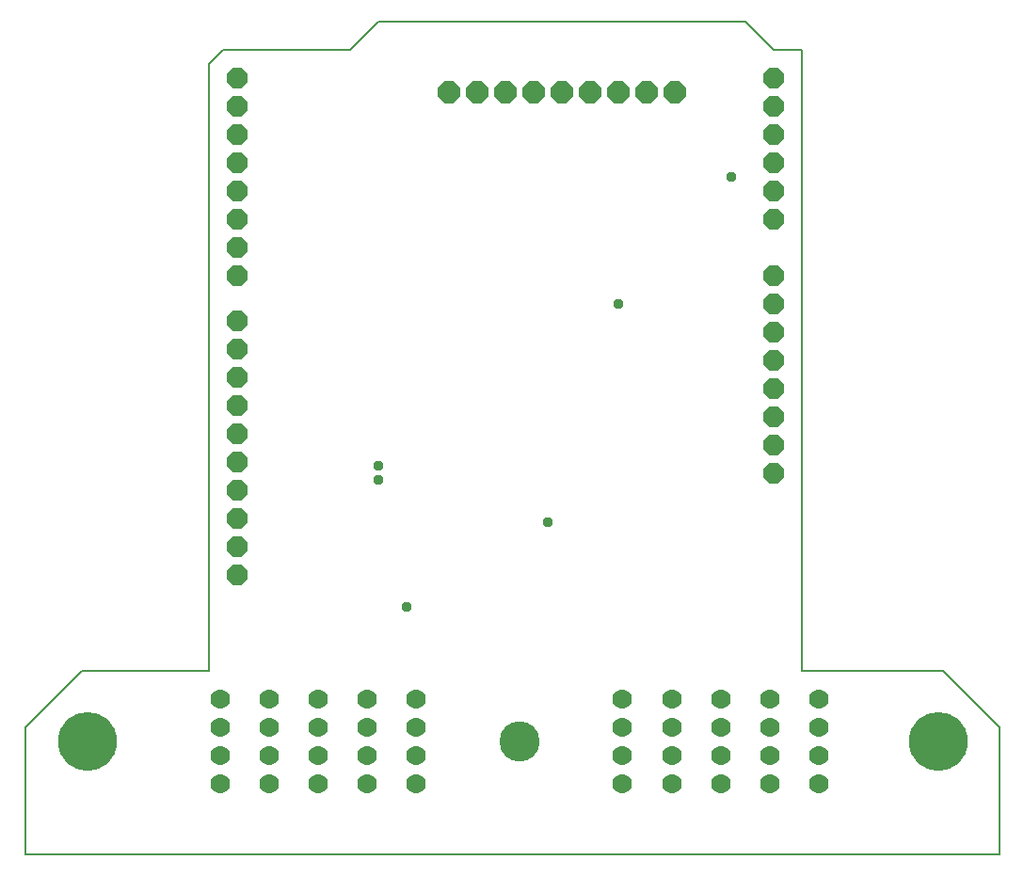
<source format=gbs>
G75*
%MOIN*%
%OFA0B0*%
%FSLAX25Y25*%
%IPPOS*%
%LPD*%
%AMOC8*
5,1,8,0,0,1.08239X$1,22.5*
%
%ADD10C,0.00600*%
%ADD11OC8,0.07800*%
%ADD12C,0.00000*%
%ADD13C,0.14200*%
%ADD14C,0.20800*%
%ADD15C,0.06950*%
%ADD16OC8,0.07400*%
%ADD17C,0.03778*%
D10*
X0017050Y0003750D02*
X0017050Y0048750D01*
X0037050Y0068750D01*
X0082050Y0068750D01*
X0082050Y0283750D01*
X0087050Y0288750D01*
X0132050Y0288750D01*
X0142050Y0298750D01*
X0272050Y0298750D01*
X0282050Y0288750D01*
X0292050Y0288750D01*
X0292050Y0068750D01*
X0342050Y0068750D01*
X0362050Y0048750D01*
X0362050Y0003750D01*
X0017050Y0003750D01*
D11*
X0167050Y0273750D03*
X0177050Y0273750D03*
X0187050Y0273750D03*
X0197050Y0273750D03*
X0207050Y0273750D03*
X0217050Y0273750D03*
X0227050Y0273750D03*
X0237050Y0273750D03*
X0247050Y0273750D03*
D12*
X0185350Y0043750D02*
X0185352Y0043914D01*
X0185358Y0044079D01*
X0185368Y0044243D01*
X0185382Y0044407D01*
X0185400Y0044570D01*
X0185423Y0044733D01*
X0185449Y0044895D01*
X0185479Y0045057D01*
X0185513Y0045218D01*
X0185551Y0045378D01*
X0185593Y0045537D01*
X0185638Y0045695D01*
X0185688Y0045852D01*
X0185742Y0046007D01*
X0185799Y0046161D01*
X0185860Y0046314D01*
X0185925Y0046465D01*
X0185993Y0046615D01*
X0186065Y0046762D01*
X0186141Y0046908D01*
X0186220Y0047052D01*
X0186303Y0047194D01*
X0186389Y0047334D01*
X0186479Y0047472D01*
X0186572Y0047608D01*
X0186669Y0047741D01*
X0186768Y0047872D01*
X0186871Y0048000D01*
X0186977Y0048126D01*
X0187086Y0048249D01*
X0187198Y0048370D01*
X0187312Y0048488D01*
X0187430Y0048602D01*
X0187551Y0048714D01*
X0187674Y0048823D01*
X0187800Y0048929D01*
X0187928Y0049032D01*
X0188059Y0049131D01*
X0188192Y0049228D01*
X0188328Y0049321D01*
X0188466Y0049411D01*
X0188606Y0049497D01*
X0188748Y0049580D01*
X0188892Y0049659D01*
X0189038Y0049735D01*
X0189185Y0049807D01*
X0189335Y0049875D01*
X0189486Y0049940D01*
X0189639Y0050001D01*
X0189793Y0050058D01*
X0189948Y0050112D01*
X0190105Y0050162D01*
X0190263Y0050207D01*
X0190422Y0050249D01*
X0190582Y0050287D01*
X0190743Y0050321D01*
X0190905Y0050351D01*
X0191067Y0050377D01*
X0191230Y0050400D01*
X0191393Y0050418D01*
X0191557Y0050432D01*
X0191721Y0050442D01*
X0191886Y0050448D01*
X0192050Y0050450D01*
X0192214Y0050448D01*
X0192379Y0050442D01*
X0192543Y0050432D01*
X0192707Y0050418D01*
X0192870Y0050400D01*
X0193033Y0050377D01*
X0193195Y0050351D01*
X0193357Y0050321D01*
X0193518Y0050287D01*
X0193678Y0050249D01*
X0193837Y0050207D01*
X0193995Y0050162D01*
X0194152Y0050112D01*
X0194307Y0050058D01*
X0194461Y0050001D01*
X0194614Y0049940D01*
X0194765Y0049875D01*
X0194915Y0049807D01*
X0195062Y0049735D01*
X0195208Y0049659D01*
X0195352Y0049580D01*
X0195494Y0049497D01*
X0195634Y0049411D01*
X0195772Y0049321D01*
X0195908Y0049228D01*
X0196041Y0049131D01*
X0196172Y0049032D01*
X0196300Y0048929D01*
X0196426Y0048823D01*
X0196549Y0048714D01*
X0196670Y0048602D01*
X0196788Y0048488D01*
X0196902Y0048370D01*
X0197014Y0048249D01*
X0197123Y0048126D01*
X0197229Y0048000D01*
X0197332Y0047872D01*
X0197431Y0047741D01*
X0197528Y0047608D01*
X0197621Y0047472D01*
X0197711Y0047334D01*
X0197797Y0047194D01*
X0197880Y0047052D01*
X0197959Y0046908D01*
X0198035Y0046762D01*
X0198107Y0046615D01*
X0198175Y0046465D01*
X0198240Y0046314D01*
X0198301Y0046161D01*
X0198358Y0046007D01*
X0198412Y0045852D01*
X0198462Y0045695D01*
X0198507Y0045537D01*
X0198549Y0045378D01*
X0198587Y0045218D01*
X0198621Y0045057D01*
X0198651Y0044895D01*
X0198677Y0044733D01*
X0198700Y0044570D01*
X0198718Y0044407D01*
X0198732Y0044243D01*
X0198742Y0044079D01*
X0198748Y0043914D01*
X0198750Y0043750D01*
X0198748Y0043586D01*
X0198742Y0043421D01*
X0198732Y0043257D01*
X0198718Y0043093D01*
X0198700Y0042930D01*
X0198677Y0042767D01*
X0198651Y0042605D01*
X0198621Y0042443D01*
X0198587Y0042282D01*
X0198549Y0042122D01*
X0198507Y0041963D01*
X0198462Y0041805D01*
X0198412Y0041648D01*
X0198358Y0041493D01*
X0198301Y0041339D01*
X0198240Y0041186D01*
X0198175Y0041035D01*
X0198107Y0040885D01*
X0198035Y0040738D01*
X0197959Y0040592D01*
X0197880Y0040448D01*
X0197797Y0040306D01*
X0197711Y0040166D01*
X0197621Y0040028D01*
X0197528Y0039892D01*
X0197431Y0039759D01*
X0197332Y0039628D01*
X0197229Y0039500D01*
X0197123Y0039374D01*
X0197014Y0039251D01*
X0196902Y0039130D01*
X0196788Y0039012D01*
X0196670Y0038898D01*
X0196549Y0038786D01*
X0196426Y0038677D01*
X0196300Y0038571D01*
X0196172Y0038468D01*
X0196041Y0038369D01*
X0195908Y0038272D01*
X0195772Y0038179D01*
X0195634Y0038089D01*
X0195494Y0038003D01*
X0195352Y0037920D01*
X0195208Y0037841D01*
X0195062Y0037765D01*
X0194915Y0037693D01*
X0194765Y0037625D01*
X0194614Y0037560D01*
X0194461Y0037499D01*
X0194307Y0037442D01*
X0194152Y0037388D01*
X0193995Y0037338D01*
X0193837Y0037293D01*
X0193678Y0037251D01*
X0193518Y0037213D01*
X0193357Y0037179D01*
X0193195Y0037149D01*
X0193033Y0037123D01*
X0192870Y0037100D01*
X0192707Y0037082D01*
X0192543Y0037068D01*
X0192379Y0037058D01*
X0192214Y0037052D01*
X0192050Y0037050D01*
X0191886Y0037052D01*
X0191721Y0037058D01*
X0191557Y0037068D01*
X0191393Y0037082D01*
X0191230Y0037100D01*
X0191067Y0037123D01*
X0190905Y0037149D01*
X0190743Y0037179D01*
X0190582Y0037213D01*
X0190422Y0037251D01*
X0190263Y0037293D01*
X0190105Y0037338D01*
X0189948Y0037388D01*
X0189793Y0037442D01*
X0189639Y0037499D01*
X0189486Y0037560D01*
X0189335Y0037625D01*
X0189185Y0037693D01*
X0189038Y0037765D01*
X0188892Y0037841D01*
X0188748Y0037920D01*
X0188606Y0038003D01*
X0188466Y0038089D01*
X0188328Y0038179D01*
X0188192Y0038272D01*
X0188059Y0038369D01*
X0187928Y0038468D01*
X0187800Y0038571D01*
X0187674Y0038677D01*
X0187551Y0038786D01*
X0187430Y0038898D01*
X0187312Y0039012D01*
X0187198Y0039130D01*
X0187086Y0039251D01*
X0186977Y0039374D01*
X0186871Y0039500D01*
X0186768Y0039628D01*
X0186669Y0039759D01*
X0186572Y0039892D01*
X0186479Y0040028D01*
X0186389Y0040166D01*
X0186303Y0040306D01*
X0186220Y0040448D01*
X0186141Y0040592D01*
X0186065Y0040738D01*
X0185993Y0040885D01*
X0185925Y0041035D01*
X0185860Y0041186D01*
X0185799Y0041339D01*
X0185742Y0041493D01*
X0185688Y0041648D01*
X0185638Y0041805D01*
X0185593Y0041963D01*
X0185551Y0042122D01*
X0185513Y0042282D01*
X0185479Y0042443D01*
X0185449Y0042605D01*
X0185423Y0042767D01*
X0185400Y0042930D01*
X0185382Y0043093D01*
X0185368Y0043257D01*
X0185358Y0043421D01*
X0185352Y0043586D01*
X0185350Y0043750D01*
X0029050Y0043750D02*
X0029053Y0043995D01*
X0029062Y0044241D01*
X0029077Y0044486D01*
X0029098Y0044730D01*
X0029125Y0044974D01*
X0029158Y0045217D01*
X0029197Y0045460D01*
X0029242Y0045701D01*
X0029293Y0045941D01*
X0029350Y0046180D01*
X0029412Y0046417D01*
X0029481Y0046653D01*
X0029555Y0046887D01*
X0029635Y0047119D01*
X0029720Y0047349D01*
X0029811Y0047577D01*
X0029908Y0047802D01*
X0030010Y0048026D01*
X0030118Y0048246D01*
X0030231Y0048464D01*
X0030349Y0048679D01*
X0030473Y0048891D01*
X0030601Y0049100D01*
X0030735Y0049306D01*
X0030874Y0049508D01*
X0031018Y0049707D01*
X0031167Y0049902D01*
X0031320Y0050094D01*
X0031478Y0050282D01*
X0031640Y0050466D01*
X0031808Y0050645D01*
X0031979Y0050821D01*
X0032155Y0050992D01*
X0032334Y0051160D01*
X0032518Y0051322D01*
X0032706Y0051480D01*
X0032898Y0051633D01*
X0033093Y0051782D01*
X0033292Y0051926D01*
X0033494Y0052065D01*
X0033700Y0052199D01*
X0033909Y0052327D01*
X0034121Y0052451D01*
X0034336Y0052569D01*
X0034554Y0052682D01*
X0034774Y0052790D01*
X0034998Y0052892D01*
X0035223Y0052989D01*
X0035451Y0053080D01*
X0035681Y0053165D01*
X0035913Y0053245D01*
X0036147Y0053319D01*
X0036383Y0053388D01*
X0036620Y0053450D01*
X0036859Y0053507D01*
X0037099Y0053558D01*
X0037340Y0053603D01*
X0037583Y0053642D01*
X0037826Y0053675D01*
X0038070Y0053702D01*
X0038314Y0053723D01*
X0038559Y0053738D01*
X0038805Y0053747D01*
X0039050Y0053750D01*
X0039295Y0053747D01*
X0039541Y0053738D01*
X0039786Y0053723D01*
X0040030Y0053702D01*
X0040274Y0053675D01*
X0040517Y0053642D01*
X0040760Y0053603D01*
X0041001Y0053558D01*
X0041241Y0053507D01*
X0041480Y0053450D01*
X0041717Y0053388D01*
X0041953Y0053319D01*
X0042187Y0053245D01*
X0042419Y0053165D01*
X0042649Y0053080D01*
X0042877Y0052989D01*
X0043102Y0052892D01*
X0043326Y0052790D01*
X0043546Y0052682D01*
X0043764Y0052569D01*
X0043979Y0052451D01*
X0044191Y0052327D01*
X0044400Y0052199D01*
X0044606Y0052065D01*
X0044808Y0051926D01*
X0045007Y0051782D01*
X0045202Y0051633D01*
X0045394Y0051480D01*
X0045582Y0051322D01*
X0045766Y0051160D01*
X0045945Y0050992D01*
X0046121Y0050821D01*
X0046292Y0050645D01*
X0046460Y0050466D01*
X0046622Y0050282D01*
X0046780Y0050094D01*
X0046933Y0049902D01*
X0047082Y0049707D01*
X0047226Y0049508D01*
X0047365Y0049306D01*
X0047499Y0049100D01*
X0047627Y0048891D01*
X0047751Y0048679D01*
X0047869Y0048464D01*
X0047982Y0048246D01*
X0048090Y0048026D01*
X0048192Y0047802D01*
X0048289Y0047577D01*
X0048380Y0047349D01*
X0048465Y0047119D01*
X0048545Y0046887D01*
X0048619Y0046653D01*
X0048688Y0046417D01*
X0048750Y0046180D01*
X0048807Y0045941D01*
X0048858Y0045701D01*
X0048903Y0045460D01*
X0048942Y0045217D01*
X0048975Y0044974D01*
X0049002Y0044730D01*
X0049023Y0044486D01*
X0049038Y0044241D01*
X0049047Y0043995D01*
X0049050Y0043750D01*
X0049047Y0043505D01*
X0049038Y0043259D01*
X0049023Y0043014D01*
X0049002Y0042770D01*
X0048975Y0042526D01*
X0048942Y0042283D01*
X0048903Y0042040D01*
X0048858Y0041799D01*
X0048807Y0041559D01*
X0048750Y0041320D01*
X0048688Y0041083D01*
X0048619Y0040847D01*
X0048545Y0040613D01*
X0048465Y0040381D01*
X0048380Y0040151D01*
X0048289Y0039923D01*
X0048192Y0039698D01*
X0048090Y0039474D01*
X0047982Y0039254D01*
X0047869Y0039036D01*
X0047751Y0038821D01*
X0047627Y0038609D01*
X0047499Y0038400D01*
X0047365Y0038194D01*
X0047226Y0037992D01*
X0047082Y0037793D01*
X0046933Y0037598D01*
X0046780Y0037406D01*
X0046622Y0037218D01*
X0046460Y0037034D01*
X0046292Y0036855D01*
X0046121Y0036679D01*
X0045945Y0036508D01*
X0045766Y0036340D01*
X0045582Y0036178D01*
X0045394Y0036020D01*
X0045202Y0035867D01*
X0045007Y0035718D01*
X0044808Y0035574D01*
X0044606Y0035435D01*
X0044400Y0035301D01*
X0044191Y0035173D01*
X0043979Y0035049D01*
X0043764Y0034931D01*
X0043546Y0034818D01*
X0043326Y0034710D01*
X0043102Y0034608D01*
X0042877Y0034511D01*
X0042649Y0034420D01*
X0042419Y0034335D01*
X0042187Y0034255D01*
X0041953Y0034181D01*
X0041717Y0034112D01*
X0041480Y0034050D01*
X0041241Y0033993D01*
X0041001Y0033942D01*
X0040760Y0033897D01*
X0040517Y0033858D01*
X0040274Y0033825D01*
X0040030Y0033798D01*
X0039786Y0033777D01*
X0039541Y0033762D01*
X0039295Y0033753D01*
X0039050Y0033750D01*
X0038805Y0033753D01*
X0038559Y0033762D01*
X0038314Y0033777D01*
X0038070Y0033798D01*
X0037826Y0033825D01*
X0037583Y0033858D01*
X0037340Y0033897D01*
X0037099Y0033942D01*
X0036859Y0033993D01*
X0036620Y0034050D01*
X0036383Y0034112D01*
X0036147Y0034181D01*
X0035913Y0034255D01*
X0035681Y0034335D01*
X0035451Y0034420D01*
X0035223Y0034511D01*
X0034998Y0034608D01*
X0034774Y0034710D01*
X0034554Y0034818D01*
X0034336Y0034931D01*
X0034121Y0035049D01*
X0033909Y0035173D01*
X0033700Y0035301D01*
X0033494Y0035435D01*
X0033292Y0035574D01*
X0033093Y0035718D01*
X0032898Y0035867D01*
X0032706Y0036020D01*
X0032518Y0036178D01*
X0032334Y0036340D01*
X0032155Y0036508D01*
X0031979Y0036679D01*
X0031808Y0036855D01*
X0031640Y0037034D01*
X0031478Y0037218D01*
X0031320Y0037406D01*
X0031167Y0037598D01*
X0031018Y0037793D01*
X0030874Y0037992D01*
X0030735Y0038194D01*
X0030601Y0038400D01*
X0030473Y0038609D01*
X0030349Y0038821D01*
X0030231Y0039036D01*
X0030118Y0039254D01*
X0030010Y0039474D01*
X0029908Y0039698D01*
X0029811Y0039923D01*
X0029720Y0040151D01*
X0029635Y0040381D01*
X0029555Y0040613D01*
X0029481Y0040847D01*
X0029412Y0041083D01*
X0029350Y0041320D01*
X0029293Y0041559D01*
X0029242Y0041799D01*
X0029197Y0042040D01*
X0029158Y0042283D01*
X0029125Y0042526D01*
X0029098Y0042770D01*
X0029077Y0043014D01*
X0029062Y0043259D01*
X0029053Y0043505D01*
X0029050Y0043750D01*
X0330350Y0043750D02*
X0330353Y0043995D01*
X0330362Y0044241D01*
X0330377Y0044486D01*
X0330398Y0044730D01*
X0330425Y0044974D01*
X0330458Y0045217D01*
X0330497Y0045460D01*
X0330542Y0045701D01*
X0330593Y0045941D01*
X0330650Y0046180D01*
X0330712Y0046417D01*
X0330781Y0046653D01*
X0330855Y0046887D01*
X0330935Y0047119D01*
X0331020Y0047349D01*
X0331111Y0047577D01*
X0331208Y0047802D01*
X0331310Y0048026D01*
X0331418Y0048246D01*
X0331531Y0048464D01*
X0331649Y0048679D01*
X0331773Y0048891D01*
X0331901Y0049100D01*
X0332035Y0049306D01*
X0332174Y0049508D01*
X0332318Y0049707D01*
X0332467Y0049902D01*
X0332620Y0050094D01*
X0332778Y0050282D01*
X0332940Y0050466D01*
X0333108Y0050645D01*
X0333279Y0050821D01*
X0333455Y0050992D01*
X0333634Y0051160D01*
X0333818Y0051322D01*
X0334006Y0051480D01*
X0334198Y0051633D01*
X0334393Y0051782D01*
X0334592Y0051926D01*
X0334794Y0052065D01*
X0335000Y0052199D01*
X0335209Y0052327D01*
X0335421Y0052451D01*
X0335636Y0052569D01*
X0335854Y0052682D01*
X0336074Y0052790D01*
X0336298Y0052892D01*
X0336523Y0052989D01*
X0336751Y0053080D01*
X0336981Y0053165D01*
X0337213Y0053245D01*
X0337447Y0053319D01*
X0337683Y0053388D01*
X0337920Y0053450D01*
X0338159Y0053507D01*
X0338399Y0053558D01*
X0338640Y0053603D01*
X0338883Y0053642D01*
X0339126Y0053675D01*
X0339370Y0053702D01*
X0339614Y0053723D01*
X0339859Y0053738D01*
X0340105Y0053747D01*
X0340350Y0053750D01*
X0340595Y0053747D01*
X0340841Y0053738D01*
X0341086Y0053723D01*
X0341330Y0053702D01*
X0341574Y0053675D01*
X0341817Y0053642D01*
X0342060Y0053603D01*
X0342301Y0053558D01*
X0342541Y0053507D01*
X0342780Y0053450D01*
X0343017Y0053388D01*
X0343253Y0053319D01*
X0343487Y0053245D01*
X0343719Y0053165D01*
X0343949Y0053080D01*
X0344177Y0052989D01*
X0344402Y0052892D01*
X0344626Y0052790D01*
X0344846Y0052682D01*
X0345064Y0052569D01*
X0345279Y0052451D01*
X0345491Y0052327D01*
X0345700Y0052199D01*
X0345906Y0052065D01*
X0346108Y0051926D01*
X0346307Y0051782D01*
X0346502Y0051633D01*
X0346694Y0051480D01*
X0346882Y0051322D01*
X0347066Y0051160D01*
X0347245Y0050992D01*
X0347421Y0050821D01*
X0347592Y0050645D01*
X0347760Y0050466D01*
X0347922Y0050282D01*
X0348080Y0050094D01*
X0348233Y0049902D01*
X0348382Y0049707D01*
X0348526Y0049508D01*
X0348665Y0049306D01*
X0348799Y0049100D01*
X0348927Y0048891D01*
X0349051Y0048679D01*
X0349169Y0048464D01*
X0349282Y0048246D01*
X0349390Y0048026D01*
X0349492Y0047802D01*
X0349589Y0047577D01*
X0349680Y0047349D01*
X0349765Y0047119D01*
X0349845Y0046887D01*
X0349919Y0046653D01*
X0349988Y0046417D01*
X0350050Y0046180D01*
X0350107Y0045941D01*
X0350158Y0045701D01*
X0350203Y0045460D01*
X0350242Y0045217D01*
X0350275Y0044974D01*
X0350302Y0044730D01*
X0350323Y0044486D01*
X0350338Y0044241D01*
X0350347Y0043995D01*
X0350350Y0043750D01*
X0350347Y0043505D01*
X0350338Y0043259D01*
X0350323Y0043014D01*
X0350302Y0042770D01*
X0350275Y0042526D01*
X0350242Y0042283D01*
X0350203Y0042040D01*
X0350158Y0041799D01*
X0350107Y0041559D01*
X0350050Y0041320D01*
X0349988Y0041083D01*
X0349919Y0040847D01*
X0349845Y0040613D01*
X0349765Y0040381D01*
X0349680Y0040151D01*
X0349589Y0039923D01*
X0349492Y0039698D01*
X0349390Y0039474D01*
X0349282Y0039254D01*
X0349169Y0039036D01*
X0349051Y0038821D01*
X0348927Y0038609D01*
X0348799Y0038400D01*
X0348665Y0038194D01*
X0348526Y0037992D01*
X0348382Y0037793D01*
X0348233Y0037598D01*
X0348080Y0037406D01*
X0347922Y0037218D01*
X0347760Y0037034D01*
X0347592Y0036855D01*
X0347421Y0036679D01*
X0347245Y0036508D01*
X0347066Y0036340D01*
X0346882Y0036178D01*
X0346694Y0036020D01*
X0346502Y0035867D01*
X0346307Y0035718D01*
X0346108Y0035574D01*
X0345906Y0035435D01*
X0345700Y0035301D01*
X0345491Y0035173D01*
X0345279Y0035049D01*
X0345064Y0034931D01*
X0344846Y0034818D01*
X0344626Y0034710D01*
X0344402Y0034608D01*
X0344177Y0034511D01*
X0343949Y0034420D01*
X0343719Y0034335D01*
X0343487Y0034255D01*
X0343253Y0034181D01*
X0343017Y0034112D01*
X0342780Y0034050D01*
X0342541Y0033993D01*
X0342301Y0033942D01*
X0342060Y0033897D01*
X0341817Y0033858D01*
X0341574Y0033825D01*
X0341330Y0033798D01*
X0341086Y0033777D01*
X0340841Y0033762D01*
X0340595Y0033753D01*
X0340350Y0033750D01*
X0340105Y0033753D01*
X0339859Y0033762D01*
X0339614Y0033777D01*
X0339370Y0033798D01*
X0339126Y0033825D01*
X0338883Y0033858D01*
X0338640Y0033897D01*
X0338399Y0033942D01*
X0338159Y0033993D01*
X0337920Y0034050D01*
X0337683Y0034112D01*
X0337447Y0034181D01*
X0337213Y0034255D01*
X0336981Y0034335D01*
X0336751Y0034420D01*
X0336523Y0034511D01*
X0336298Y0034608D01*
X0336074Y0034710D01*
X0335854Y0034818D01*
X0335636Y0034931D01*
X0335421Y0035049D01*
X0335209Y0035173D01*
X0335000Y0035301D01*
X0334794Y0035435D01*
X0334592Y0035574D01*
X0334393Y0035718D01*
X0334198Y0035867D01*
X0334006Y0036020D01*
X0333818Y0036178D01*
X0333634Y0036340D01*
X0333455Y0036508D01*
X0333279Y0036679D01*
X0333108Y0036855D01*
X0332940Y0037034D01*
X0332778Y0037218D01*
X0332620Y0037406D01*
X0332467Y0037598D01*
X0332318Y0037793D01*
X0332174Y0037992D01*
X0332035Y0038194D01*
X0331901Y0038400D01*
X0331773Y0038609D01*
X0331649Y0038821D01*
X0331531Y0039036D01*
X0331418Y0039254D01*
X0331310Y0039474D01*
X0331208Y0039698D01*
X0331111Y0039923D01*
X0331020Y0040151D01*
X0330935Y0040381D01*
X0330855Y0040613D01*
X0330781Y0040847D01*
X0330712Y0041083D01*
X0330650Y0041320D01*
X0330593Y0041559D01*
X0330542Y0041799D01*
X0330497Y0042040D01*
X0330458Y0042283D01*
X0330425Y0042526D01*
X0330398Y0042770D01*
X0330377Y0043014D01*
X0330362Y0043259D01*
X0330353Y0043505D01*
X0330350Y0043750D01*
D13*
X0192050Y0043750D03*
D14*
X0340350Y0043750D03*
X0039050Y0043750D03*
D15*
X0085950Y0038750D03*
X0085950Y0028750D03*
X0103350Y0028750D03*
X0103350Y0038750D03*
X0103350Y0048750D03*
X0103350Y0058750D03*
X0085950Y0058750D03*
X0085950Y0048750D03*
X0120750Y0048750D03*
X0120750Y0058750D03*
X0138150Y0058750D03*
X0138150Y0048750D03*
X0138150Y0038750D03*
X0138150Y0028750D03*
X0120750Y0028750D03*
X0120750Y0038750D03*
X0155550Y0038750D03*
X0155550Y0028750D03*
X0155550Y0048750D03*
X0155550Y0058750D03*
X0228550Y0058750D03*
X0228550Y0048750D03*
X0228550Y0038750D03*
X0228550Y0028750D03*
X0245950Y0028750D03*
X0245950Y0038750D03*
X0245950Y0048750D03*
X0245950Y0058750D03*
X0263350Y0058750D03*
X0263350Y0048750D03*
X0263350Y0038750D03*
X0263350Y0028750D03*
X0280750Y0028750D03*
X0280750Y0038750D03*
X0280750Y0048750D03*
X0280750Y0058750D03*
X0298150Y0058750D03*
X0298150Y0048750D03*
X0298150Y0038750D03*
X0298150Y0028750D03*
D16*
X0282050Y0138750D03*
X0282050Y0148750D03*
X0282050Y0158750D03*
X0282050Y0168750D03*
X0282050Y0178750D03*
X0282050Y0188750D03*
X0282050Y0198750D03*
X0282050Y0208750D03*
X0282050Y0228750D03*
X0282050Y0238750D03*
X0282050Y0248750D03*
X0282050Y0258750D03*
X0282050Y0268750D03*
X0282050Y0278750D03*
X0092050Y0278750D03*
X0092050Y0268750D03*
X0092050Y0258750D03*
X0092050Y0248750D03*
X0092050Y0238750D03*
X0092050Y0228750D03*
X0092050Y0218750D03*
X0092050Y0208750D03*
X0092050Y0192750D03*
X0092050Y0182750D03*
X0092050Y0172750D03*
X0092050Y0162750D03*
X0092050Y0152750D03*
X0092050Y0142750D03*
X0092050Y0132750D03*
X0092050Y0122750D03*
X0092050Y0112750D03*
X0092050Y0102750D03*
D17*
X0142050Y0136250D03*
X0142050Y0141250D03*
X0202050Y0121250D03*
X0152050Y0091250D03*
X0227050Y0198750D03*
X0267050Y0243750D03*
M02*

</source>
